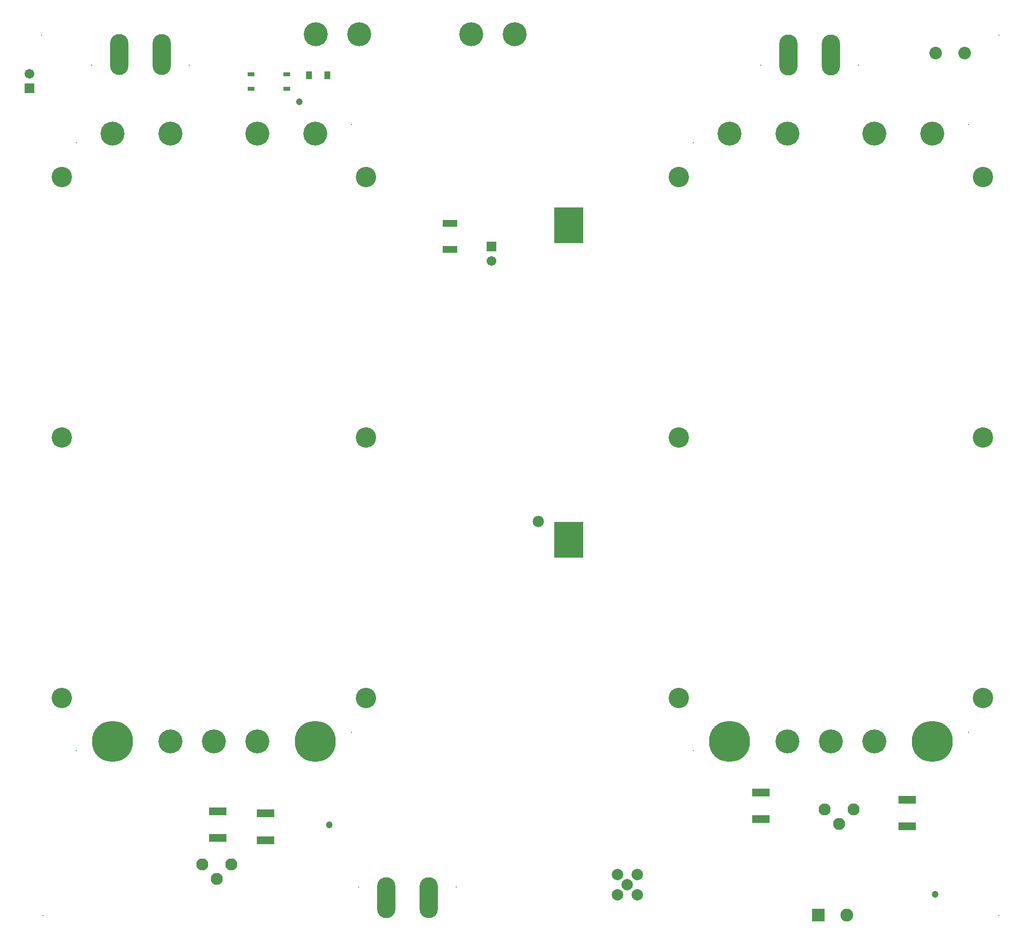
<source format=gts>
G04*
G04 #@! TF.GenerationSoftware,Altium Limited,Altium Designer,19.0.15 (446)*
G04*
G04 Layer_Color=8388736*
%FSLAX25Y25*%
%MOIN*%
G70*
G01*
G75*
%ADD17R,0.12008X0.05512*%
%ADD18R,0.10465X0.04945*%
%ADD19R,0.20000X0.25000*%
%ADD20R,0.04724X0.03150*%
%ADD21R,0.04383X0.05603*%
%ADD22C,0.06706*%
%ADD23R,0.06706X0.06706*%
%ADD24C,0.00800*%
%ADD25C,0.16548*%
%ADD26O,0.12611X0.28359*%
%ADD27R,0.08871X0.08871*%
%ADD28C,0.08871*%
%ADD29C,0.04737*%
%ADD30C,0.08300*%
%ADD31C,0.28359*%
%ADD32C,0.14107*%
%ADD33C,0.08674*%
%ADD34C,0.07887*%
%ADD35C,0.07795*%
D17*
X515602Y88248D02*
D03*
Y106752D02*
D03*
X616500Y101752D02*
D03*
Y83248D02*
D03*
X173500Y92252D02*
D03*
Y73748D02*
D03*
X140500Y93752D02*
D03*
Y75248D02*
D03*
D18*
X301000Y500059D02*
D03*
Y481941D02*
D03*
D19*
X383000Y281457D02*
D03*
Y498543D02*
D03*
D20*
X163598Y593000D02*
D03*
Y603000D02*
D03*
X188402D02*
D03*
Y593000D02*
D03*
D21*
X203563Y602500D02*
D03*
X216437D02*
D03*
D22*
X10500Y603500D02*
D03*
X329500Y474000D02*
D03*
D23*
X10500Y593500D02*
D03*
X329500Y484000D02*
D03*
D24*
X19000Y630000D02*
D03*
X680000D02*
D03*
Y21693D02*
D03*
X20000D02*
D03*
X582886Y609394D02*
D03*
X515602D02*
D03*
X53717Y609527D02*
D03*
X121000D02*
D03*
X659000Y148300D02*
D03*
X469000Y135700D02*
D03*
X659000Y568300D02*
D03*
X469000Y555700D02*
D03*
X233000Y148300D02*
D03*
X43000Y135700D02*
D03*
X233000Y568300D02*
D03*
X43000Y555700D02*
D03*
X305283Y41213D02*
D03*
X238000D02*
D03*
D25*
X208283Y630681D02*
D03*
X315803D02*
D03*
X345803D02*
D03*
X238283D02*
D03*
X494000Y562000D02*
D03*
X534000Y142000D02*
D03*
X564000D02*
D03*
X594000D02*
D03*
X534000Y562000D02*
D03*
X594000D02*
D03*
X634000D02*
D03*
X68000D02*
D03*
X108000Y142000D02*
D03*
X138000D02*
D03*
X168000D02*
D03*
X108000Y562000D02*
D03*
X168000D02*
D03*
X208000D02*
D03*
D26*
X563988Y616500D02*
D03*
X534500D02*
D03*
X72614Y616634D02*
D03*
X102102D02*
D03*
X286386Y34106D02*
D03*
X256898D02*
D03*
D27*
X555158Y22000D02*
D03*
D28*
X574843D02*
D03*
D29*
X217500Y84500D02*
D03*
X636000Y36500D02*
D03*
X197000Y584000D02*
D03*
D30*
X569500Y85000D02*
D03*
X579500Y95000D02*
D03*
X559500D02*
D03*
X140000Y47000D02*
D03*
X150000Y57000D02*
D03*
X130000D02*
D03*
D31*
X634000Y142000D02*
D03*
X494000D02*
D03*
X208000D02*
D03*
X68000D02*
D03*
D32*
X668921Y172000D02*
D03*
X459079Y352000D02*
D03*
X668921D02*
D03*
X459079Y172000D02*
D03*
X668921Y532000D02*
D03*
X459079D02*
D03*
X242921Y172000D02*
D03*
X33079Y352000D02*
D03*
X242921D02*
D03*
X33079Y172000D02*
D03*
X242921Y532000D02*
D03*
X33079D02*
D03*
D33*
X636343Y617657D02*
D03*
X656343D02*
D03*
D34*
X430419Y36000D02*
D03*
X416500D02*
D03*
Y49919D02*
D03*
X430419D02*
D03*
X423460Y42960D02*
D03*
D35*
X362094Y293957D02*
D03*
M02*

</source>
